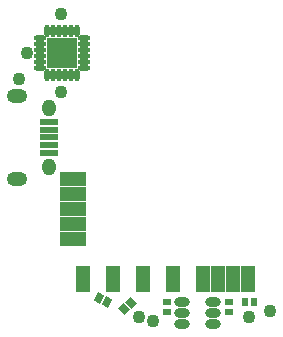
<source format=gts>
G04 Layer_Color=8388736*
%FSLAX44Y44*%
%MOMM*%
G71*
G01*
G75*
%ADD34R,1.5532X0.6032*%
%ADD35O,1.3032X0.8032*%
%ADD36R,0.6032X0.8032*%
%ADD37R,0.8032X0.6032*%
G04:AMPARAMS|DCode=38|XSize=0.6032mm|YSize=0.8032mm|CornerRadius=0mm|HoleSize=0mm|Usage=FLASHONLY|Rotation=45.000|XOffset=0mm|YOffset=0mm|HoleType=Round|Shape=Rectangle|*
%AMROTATEDRECTD38*
4,1,4,0.0707,-0.4972,-0.4972,0.0707,-0.0707,0.4972,0.4972,-0.0707,0.0707,-0.4972,0.0*
%
%ADD38ROTATEDRECTD38*%

%ADD39R,2.6532X2.6532*%
%ADD40O,1.1032X0.4532*%
%ADD41O,0.4532X1.1032*%
G04:AMPARAMS|DCode=42|XSize=0.6032mm|YSize=0.8032mm|CornerRadius=0mm|HoleSize=0mm|Usage=FLASHONLY|Rotation=330.000|XOffset=0mm|YOffset=0mm|HoleType=Round|Shape=Rectangle|*
%AMROTATEDRECTD42*
4,1,4,-0.4620,-0.1970,-0.0604,0.4986,0.4620,0.1970,0.0604,-0.4986,-0.4620,-0.1970,0.0*
%
%ADD42ROTATEDRECTD42*%

%ADD43R,2.2032X1.2032*%
%ADD44R,1.2032X2.2032*%
%ADD45O,1.1532X1.4532*%
%ADD46O,1.7532X1.2032*%
%ADD47C,1.1032*%
%ADD48C,1.2032*%
%ADD49C,0.7032*%
D34*
X41450Y179510D02*
D03*
Y173010D02*
D03*
Y166510D02*
D03*
Y160010D02*
D03*
Y153510D02*
D03*
D35*
X154100Y27300D02*
D03*
Y17800D02*
D03*
Y8300D02*
D03*
X180100Y27300D02*
D03*
Y17800D02*
D03*
Y8300D02*
D03*
D36*
X207100Y27000D02*
D03*
X215100D02*
D03*
D37*
X141400Y26700D02*
D03*
Y18700D02*
D03*
X193600Y27000D02*
D03*
Y19000D02*
D03*
D38*
X110528Y26528D02*
D03*
X104872Y20872D02*
D03*
D39*
X52600Y237900D02*
D03*
D40*
X71350Y250400D02*
D03*
Y245400D02*
D03*
Y240400D02*
D03*
Y235400D02*
D03*
Y230400D02*
D03*
Y225400D02*
D03*
X33850D02*
D03*
Y230400D02*
D03*
Y235400D02*
D03*
Y240400D02*
D03*
Y245400D02*
D03*
Y250400D02*
D03*
D41*
X65100Y219150D02*
D03*
X60100D02*
D03*
X55100D02*
D03*
X50100D02*
D03*
X45100D02*
D03*
X40100D02*
D03*
Y256650D02*
D03*
X45100D02*
D03*
X50100D02*
D03*
X55100D02*
D03*
X60100D02*
D03*
X65100D02*
D03*
D42*
X90564Y26800D02*
D03*
X83636Y30800D02*
D03*
D43*
X61600Y131500D02*
D03*
Y118800D02*
D03*
Y106100D02*
D03*
Y93400D02*
D03*
Y80700D02*
D03*
D44*
X70300Y46600D02*
D03*
X95700D02*
D03*
X121100D02*
D03*
X146500D02*
D03*
X171900D02*
D03*
X184600D02*
D03*
X197300D02*
D03*
X210000D02*
D03*
D45*
X41450Y191510D02*
D03*
Y141510D02*
D03*
D46*
X14450Y201510D02*
D03*
Y131510D02*
D03*
D47*
X210648Y14764D02*
D03*
X228500Y19100D02*
D03*
X117300Y14800D02*
D03*
X129900Y11000D02*
D03*
X16100Y215800D02*
D03*
X22900Y237900D02*
D03*
X51400Y270700D02*
D03*
Y205100D02*
D03*
D48*
X210000Y50600D02*
D03*
X197300D02*
D03*
X184600D02*
D03*
X171900D02*
D03*
X146500D02*
D03*
X121100D02*
D03*
X95700D02*
D03*
X70300D02*
D03*
X65600Y80700D02*
D03*
Y93400D02*
D03*
Y106100D02*
D03*
Y118800D02*
D03*
Y131500D02*
D03*
D49*
X47100Y232400D02*
D03*
Y243400D02*
D03*
X58100Y232400D02*
D03*
Y243400D02*
D03*
M02*

</source>
